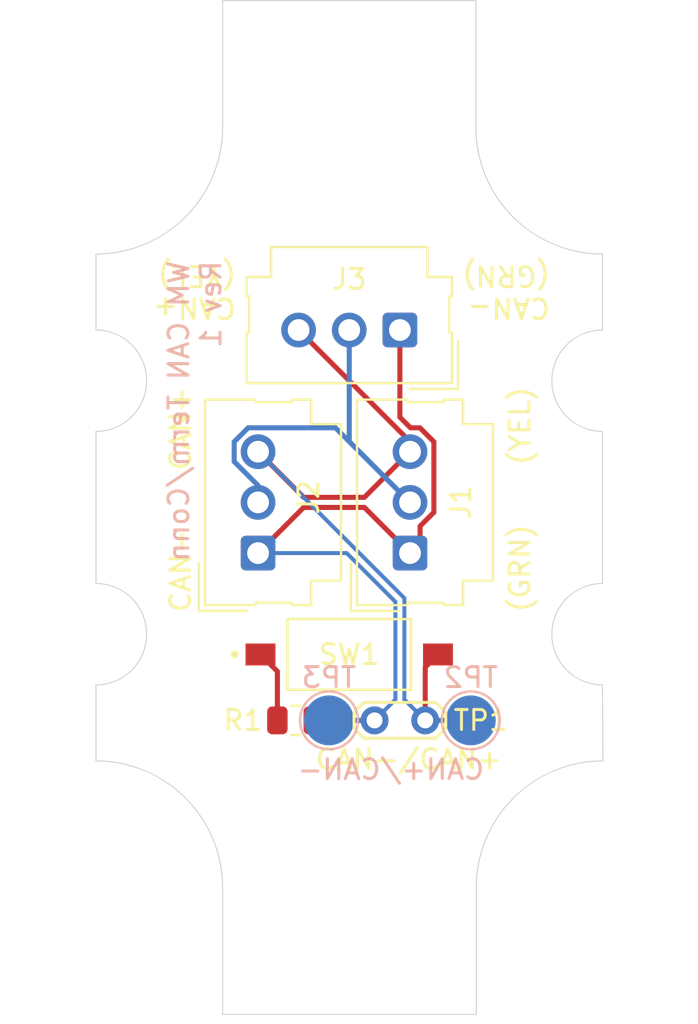
<source format=kicad_pcb>
(kicad_pcb (version 20240108) (generator "pcbnew") (generator_version "8.0")
  (title_block (title "CAN Terminator") (date "2024-11-27") (company "WM Industries"))
  (layers (0 "F.Cu" signal) (31 "B.Cu" signal) (34 "B.Paste" user) (35 "F.Paste" user) (36 "B.SilkS" user "B.Silkscreen") (37 "F.SilkS" user "F.Silkscreen") (38 "B.Mask" user) (39 "F.Mask" user) (44 "Edge.Cuts" user))
  (net 0 "")
  (net 1 "CAN+")
  (net 2 "CAN-")
  (net 3 "CENTER")
  (net 4 "Net-(R1-Pad2)")
  (footprint "Connector_Molex:Molex_SL_171971-0003_1x03_P2.54mm_Vertical" (layer "F.Cu") (at 108.128 71.336 90)
    (property "Reference" "J2" (at 2.794 2.54 90) (layer "F.SilkS"))
    (property "Value" "Conn_01x03_Pin")
    (fp_line (start -2.91 -2.96) (end -0.5 -2.96) (stroke (width 0.12)) (layer "F.SilkS"))
    (fp_line (start 7.69 -2.66) (end -2.61 -2.66) (stroke (width 0.12)) (layer "F.SilkS"))
    (fp_line (start -2.61 -2.66) (end -2.61 -0.13) (stroke (width 0.12)) (layer "F.SilkS"))
    (fp_line (start -2.91 -0.55) (end -2.91 -2.96) (stroke (width 0.12)) (layer "F.SilkS"))
    (fp_line (start 7.69 -0.13) (end 7.69 -2.66) (stroke (width 0.12)) (layer "F.SilkS"))
    (fp_line (start 7.56 -0.13) (end 7.69 -0.13) (stroke (width 0.12)) (layer "F.SilkS"))
    (fp_line (start -2.48 -0.13) (end -2.48 1.68) (stroke (width 0.12)) (layer "F.SilkS"))
    (fp_line (start -2.61 -0.13) (end -2.48 -0.13) (stroke (width 0.12)) (layer "F.SilkS"))
    (fp_line (start 7.69 1.68) (end 7.56 1.68) (stroke (width 0.12)) (layer "F.SilkS"))
    (fp_line (start 7.56 1.68) (end 7.56 -0.13) (stroke (width 0.12)) (layer "F.SilkS"))
    (fp_line (start -2.48 1.68) (end -2.61 1.68) (stroke (width 0.12)) (layer "F.SilkS"))
    (fp_line (start -2.61 1.68) (end -2.61 2.66) (stroke (width 0.12)) (layer "F.SilkS"))
    (fp_line (start 7.69 2.66) (end 7.69 1.68) (stroke (width 0.12)) (layer "F.SilkS"))
    (fp_line (start 6.46 2.66) (end 7.69 2.66) (stroke (width 0.12)) (layer "F.SilkS"))
    (fp_line (start -1.38 2.66) (end -1.38 4.16) (stroke (width 0.12)) (layer "F.SilkS"))
    (fp_line (start -2.61 2.66) (end -1.38 2.66) (stroke (width 0.12)) (layer "F.SilkS"))
    (fp_line (start 6.46 4.16) (end 6.46 2.66) (stroke (width 0.12)) (layer "F.SilkS"))
    (fp_line (start -1.38 4.16) (end 6.46 4.16) (stroke (width 0.12)) (layer "F.SilkS"))
    (pad "1" thru_hole roundrect (at 0 0 90) (size 1.74 1.74) (drill 1.09) (layers "*.Cu" "*.Mask") (roundrect_rratio 0.143678) (net 2 "CAN-"))
    (pad "2" thru_hole circle (at 2.54 0 90) (size 1.74 1.74) (drill 1.09) (layers "*.Cu" "*.Mask") (net 3 "CENTER"))
    (pad "3" thru_hole circle (at 5.08 0 90) (size 1.74 1.74) (drill 1.09) (layers "*.Cu" "*.Mask") (net 1 "CAN+"))
  )
  (footprint "Connector_Molex:Molex_SL_171971-0003_1x03_P2.54mm_Vertical" (layer "F.Cu") (at 115.748 71.336 90)
    (property "Reference" "J1" (at 2.54 2.54 -90) (layer "F.SilkS"))
    (property "Value" "Conn_01x03_Pin")
    (fp_line (start -2.91 -2.96) (end -0.5 -2.96) (stroke (width 0.12)) (layer "F.SilkS"))
    (fp_line (start 7.69 -2.66) (end -2.61 -2.66) (stroke (width 0.12)) (layer "F.SilkS"))
    (fp_line (start -2.61 -2.66) (end -2.61 -0.13) (stroke (width 0.12)) (layer "F.SilkS"))
    (fp_line (start -2.91 -0.55) (end -2.91 -2.96) (stroke (width 0.12)) (layer "F.SilkS"))
    (fp_line (start 7.69 -0.13) (end 7.69 -2.66) (stroke (width 0.12)) (layer "F.SilkS"))
    (fp_line (start 7.56 -0.13) (end 7.69 -0.13) (stroke (width 0.12)) (layer "F.SilkS"))
    (fp_line (start -2.48 -0.13) (end -2.48 1.68) (stroke (width 0.12)) (layer "F.SilkS"))
    (fp_line (start -2.61 -0.13) (end -2.48 -0.13) (stroke (width 0.12)) (layer "F.SilkS"))
    (fp_line (start 7.69 1.68) (end 7.56 1.68) (stroke (width 0.12)) (layer "F.SilkS"))
    (fp_line (start 7.56 1.68) (end 7.56 -0.13) (stroke (width 0.12)) (layer "F.SilkS"))
    (fp_line (start -2.48 1.68) (end -2.61 1.68) (stroke (width 0.12)) (layer "F.SilkS"))
    (fp_line (start -2.61 1.68) (end -2.61 2.66) (stroke (width 0.12)) (layer "F.SilkS"))
    (fp_line (start 7.69 2.66) (end 7.69 1.68) (stroke (width 0.12)) (layer "F.SilkS"))
    (fp_line (start 6.46 2.66) (end 7.69 2.66) (stroke (width 0.12)) (layer "F.SilkS"))
    (fp_line (start -1.38 2.66) (end -1.38 4.16) (stroke (width 0.12)) (layer "F.SilkS"))
    (fp_line (start -2.61 2.66) (end -1.38 2.66) (stroke (width 0.12)) (layer "F.SilkS"))
    (fp_line (start 6.46 4.16) (end 6.46 2.66) (stroke (width 0.12)) (layer "F.SilkS"))
    (fp_line (start -1.38 4.16) (end 6.46 4.16) (stroke (width 0.12)) (layer "F.SilkS"))
    (pad "1" thru_hole roundrect (at 0 0 90) (size 1.74 1.74) (drill 1.09) (layers "*.Cu" "*.Mask") (roundrect_rratio 0.143678) (net 2 "CAN-"))
    (pad "2" thru_hole circle (at 2.54 0 90) (size 1.74 1.74) (drill 1.09) (layers "*.Cu" "*.Mask") (net 3 "CENTER"))
    (pad "3" thru_hole circle (at 5.08 0 90) (size 1.74 1.74) (drill 1.09) (layers "*.Cu" "*.Mask") (net 1 "CAN+"))
  )
  (footprint "Library:MountingHole_10" (layer "F.Cu") (at 112.7 88.1)
    (property "Reference" "M2" (hide yes))
    (property "Value" "MountingHole_10")
    (pad "" np_thru_hole circle (at 0 0) (size 5 5) (drill 5) (layers "*.Cu" "*.Mask"))
  )
  (footprint "Connector_Molex:Molex_SL_171971-0003_1x03_P2.54mm_Vertical" (layer "F.Cu") (at 115.24 60.16 180)
    (property "Reference" "J3" (at 2.54 2.54 180) (layer "F.SilkS"))
    (property "Value" "Conn_01x03_Pin")
    (fp_line (start 7.69 2.66) (end 7.69 1.68) (stroke (width 0.12)) (layer "F.SilkS"))
    (fp_line (start 7.69 1.68) (end 7.56 1.68) (stroke (width 0.12)) (layer "F.SilkS"))
    (fp_line (start 7.69 -0.13) (end 7.69 -2.66) (stroke (width 0.12)) (layer "F.SilkS"))
    (fp_line (start 7.69 -2.66) (end -2.61 -2.66) (stroke (width 0.12)) (layer "F.SilkS"))
    (fp_line (start 7.56 1.68) (end 7.56 -0.13) (stroke (width 0.12)) (layer "F.SilkS"))
    (fp_line (start 7.56 -0.13) (end 7.69 -0.13) (stroke (width 0.12)) (layer "F.SilkS"))
    (fp_line (start 6.46 4.16) (end 6.46 2.66) (stroke (width 0.12)) (layer "F.SilkS"))
    (fp_line (start 6.46 2.66) (end 7.69 2.66) (stroke (width 0.12)) (layer "F.SilkS"))
    (fp_line (start -1.38 4.16) (end 6.46 4.16) (stroke (width 0.12)) (layer "F.SilkS"))
    (fp_line (start -1.38 2.66) (end -1.38 4.16) (stroke (width 0.12)) (layer "F.SilkS"))
    (fp_line (start -2.48 1.68) (end -2.61 1.68) (stroke (width 0.12)) (layer "F.SilkS"))
    (fp_line (start -2.48 -0.13) (end -2.48 1.68) (stroke (width 0.12)) (layer "F.SilkS"))
    (fp_line (start -2.61 2.66) (end -1.38 2.66) (stroke (width 0.12)) (layer "F.SilkS"))
    (fp_line (start -2.61 1.68) (end -2.61 2.66) (stroke (width 0.12)) (layer "F.SilkS"))
    (fp_line (start -2.61 -0.13) (end -2.48 -0.13) (stroke (width 0.12)) (layer "F.SilkS"))
    (fp_line (start -2.61 -2.66) (end -2.61 -0.13) (stroke (width 0.12)) (layer "F.SilkS"))
    (fp_line (start -2.91 -0.55) (end -2.91 -2.96) (stroke (width 0.12)) (layer "F.SilkS"))
    (fp_line (start -2.91 -2.96) (end -0.5 -2.96) (stroke (width 0.12)) (layer "F.SilkS"))
    (pad "1" thru_hole roundrect (at 0 0 180) (size 1.74 1.74) (drill 1.09) (layers "*.Cu" "*.Mask") (roundrect_rratio 0.143678) (net 2 "CAN-"))
    (pad "2" thru_hole circle (at 2.54 0 180) (size 1.74 1.74) (drill 1.09) (layers "*.Cu" "*.Mask") (net 3 "CENTER"))
    (pad "3" thru_hole circle (at 5.08 0 180) (size 1.74 1.74) (drill 1.09) (layers "*.Cu" "*.Mask") (net 1 "CAN+"))
  )
  (footprint "Resistor_SMD:R_0805_2012Metric" (layer "F.Cu") (at 110.0095 79.718 180)
    (property "Reference" "R1" (at 2.6435 0 0) (layer "F.SilkS"))
    (property "Value" "120")
    (fp_line (start -0.227064 0.735) (end 0.227064 0.735) (stroke (width 0.12)) (layer "F.SilkS"))
    (fp_line (start -0.227064 -0.735) (end 0.227064 -0.735) (stroke (width 0.12)) (layer "F.SilkS"))
    (pad "1" smd roundrect (at -0.9125 0 180) (size 1.025 1.4) (layers "F.Cu" "F.Paste" "F.Mask") (roundrect_rratio 0.243902) (net 2 "CAN-"))
    (pad "2" smd roundrect (at 0.9125 0 180) (size 1.025 1.4) (layers "F.Cu" "F.Paste" "F.Mask") (roundrect_rratio 0.243902) (net 4 "Net-(R1-Pad2)"))
  )
  (footprint "Library:SW_DS04-254-2-01BK-SMT" (layer "F.Cu") (at 112.7 76.416)
    (property "Reference" "SW1" (at 0 0 0) (layer "F.SilkS"))
    (property "Value" "SW_DIP_x01")
    (fp_line (start -3.1 -1.77) (end 3.1 -1.77) (stroke (width 0.127)) (layer "F.SilkS"))
    (fp_line (start -3.1 1.77) (end -3.1 -1.77) (stroke (width 0.127)) (layer "F.SilkS"))
    (fp_line (start 3.1 -1.77) (end 3.1 1.77) (stroke (width 0.127)) (layer "F.SilkS"))
    (fp_line (start 3.1 1.77) (end -3.1 1.77) (stroke (width 0.127)) (layer "F.SilkS"))
    (fp_circle (center -5.75 0) (end -5.65 0) (stroke (width 0.2)) (fill none) (layer "F.SilkS"))
    (pad "1" smd rect (at -4.45 0) (size 1.5 1.1) (layers "F.Cu" "F.Paste" "F.Mask") (net 4 "Net-(R1-Pad2)"))
    (pad "2" smd rect (at 4.45 0) (size 1.5 1.1) (layers "F.Cu" "F.Paste" "F.Mask") (net 1 "CAN+"))
  )
  (footprint "Library:MountingHole_10" (layer "F.Cu") (at 112.7 50)
    (property "Reference" "M1" (hide yes))
    (property "Value" "MountingHole_10")
    (pad "" np_thru_hole circle (at 0 0) (size 5 5) (drill 5) (layers "*.Cu" "*.Mask"))
  )
  (footprint "TestPoint:TestPoint_2Pads_Pitch2.54mm_Drill0.8mm" (layer "F.Cu") (at 113.97 79.718)
    (property "Reference" "TP1" (at 5.334 0 0) (layer "F.SilkS"))
    (property "Value" "TestPoint_2Pole" (hide yes))
    (fp_line (start -1.03 -0.4) (end -0.53 -0.9) (stroke (width 0.15)) (layer "F.SilkS"))
    (fp_line (start -1.03 0.4) (end -1.03 -0.4) (stroke (width 0.15)) (layer "F.SilkS"))
    (fp_line (start -0.53 -0.9) (end 3.07 -0.9) (stroke (width 0.15)) (layer "F.SilkS"))
    (fp_line (start -0.53 0.9) (end -1.03 0.4) (stroke (width 0.15)) (layer "F.SilkS"))
    (fp_line (start 3.07 -0.9) (end 3.57 -0.4) (stroke (width 0.15)) (layer "F.SilkS"))
    (fp_line (start 3.07 0.9) (end -0.53 0.9) (stroke (width 0.15)) (layer "F.SilkS"))
    (fp_line (start 3.57 -0.4) (end 3.57 0.4) (stroke (width 0.15)) (layer "F.SilkS"))
    (fp_line (start 3.57 0.4) (end 3.07 0.9) (stroke (width 0.15)) (layer "F.SilkS"))
    (pad "1" thru_hole circle (at 0 0) (size 1.4 1.4) (drill 0.8) (layers "*.Cu" "*.Mask") (net 2 "CAN-"))
    (pad "2" thru_hole circle (at 2.54 0) (size 1.4 1.4) (drill 0.8) (layers "*.Cu" "*.Mask") (net 1 "CAN+"))
  )
  (footprint "TestPoint:TestPoint_Pad_D2.5mm" (layer "B.Cu") (at 111.684 79.718 180)
    (property "Reference" "TP3" (at 0 2.148 0) (layer "B.SilkS") (effects (justify mirror)))
    (property "Value" "TestPoint")
    (fp_circle (center 0 0) (end 0 -1.45) (stroke (width 0.12)) (fill none) (layer "B.SilkS"))
    (pad "1" smd circle (at 0 0 180) (size 2.5 2.5) (layers "B.Cu" "B.Mask") (net 2 "CAN-"))
  )
  (footprint "TestPoint:TestPoint_Pad_D2.5mm" (layer "B.Cu") (at 118.796 79.718 180)
    (property "Reference" "TP2" (at 0 2.148 0) (layer "B.SilkS") (effects (justify mirror)))
    (property "Value" "TestPoint")
    (fp_circle (center 0 0) (end 0 -1.45) (stroke (width 0.12)) (fill none) (layer "B.SilkS"))
    (pad "1" smd circle (at 0 0 180) (size 2.5 2.5) (layers "B.Cu" "B.Mask") (net 1 "CAN+"))
  )
  (gr_line (start 100 60.16) (end 100 56.35) (stroke (width 0.05)) (layer "Edge.Cuts"))
  (gr_arc (start 100 72.86) (mid 102.54 75.4) (end 100 77.94) (stroke (width 0.05)) (layer "Edge.Cuts"))
  (gr_line (start 106.35 43.65) (end 106.35 50) (stroke (width 0.05)) (layer "Edge.Cuts"))
  (gr_line (start 125.4 65.24) (end 125.4 72.86) (stroke (width 0.05)) (layer "Edge.Cuts"))
  (gr_arc (start 100 60.16) (mid 102.54 62.7) (end 100 65.24) (stroke (width 0.05)) (layer "Edge.Cuts"))
  (gr_arc (start 125.4 56.35) (mid 120.909872 54.490128) (end 119.05 50) (stroke (width 0.05)) (layer "Edge.Cuts"))
  (gr_line (start 125.4 56.35) (end 125.4 60.16) (stroke (width 0.05)) (layer "Edge.Cuts"))
  (gr_arc (start 106.35 50) (mid 104.490128 54.490128) (end 100 56.35) (stroke (width 0.05)) (layer "Edge.Cuts"))
  (gr_arc (start 125.4 77.94) (mid 122.86 75.4) (end 125.4 72.86) (stroke (width 0.05)) (layer "Edge.Cuts"))
  (gr_line (start 100 72.86) (end 100 65.24) (stroke (width 0.05)) (layer "Edge.Cuts"))
  (gr_line (start 125.42 81.75) (end 125.4 77.94) (stroke (width 0.05)) (layer "Edge.Cuts"))
  (gr_line (start 100 81.75) (end 100 77.94) (stroke (width 0.05)) (layer "Edge.Cuts"))
  (gr_line (start 106.35 94.45) (end 106.35 88.1) (stroke (width 0.05)) (layer "Edge.Cuts"))
  (gr_line (start 119.05 43.65) (end 106.35 43.65) (stroke (width 0.05)) (layer "Edge.Cuts"))
  (gr_line (start 119.07 88.1) (end 119.07 94.45) (stroke (width 0.05)) (layer "Edge.Cuts"))
  (gr_arc (start 100 81.75) (mid 104.490128 83.609872) (end 106.35 88.1) (stroke (width 0.05)) (layer "Edge.Cuts"))
  (gr_line (start 119.07 94.45) (end 106.35 94.45) (stroke (width 0.05)) (layer "Edge.Cuts"))
  (gr_line (start 119.05 50) (end 119.05 43.65) (stroke (width 0.05)) (layer "Edge.Cuts"))
  (gr_arc (start 125.4 65.24) (mid 122.86 62.7) (end 125.4 60.16) (stroke (width 0.05)) (layer "Edge.Cuts"))
  (gr_arc (start 119.07 88.1) (mid 120.929872 83.609872) (end 125.42 81.75) (stroke (width 0.05)) (layer "Edge.Cuts"))
  (gr_text "WM CAN Term/Conn\nRev 1" (at 106.35 56.604 90) (layer "B.SilkS") (effects (font (size 1 1)) (justify left bottom mirror)))
  (gr_text "CAN+/CAN-" (at 119.558 82.766 0) (layer "B.SilkS") (effects (font (size 1 1)) (justify left bottom mirror)))
  (gr_text "CAN-\n(GRN)" (at 122.86 56.858 180) (layer "F.SilkS") (effects (font (size 1 1)) (justify left bottom)))
  (gr_text "CAN+" (at 104.826 67.272 90) (layer "F.SilkS") (effects (font (size 1 1)) (justify left bottom)))
  (gr_text "(YEL)" (at 121.844 67.018 90) (layer "F.SilkS") (effects (font (size 1 1)) (justify left bottom)))
  (gr_text "(GRN)" (at 121.844 74.384 90) (layer "F.SilkS") (effects (font (size 1 1)) (justify left bottom)))
  (gr_text "CAN-/CAN+" (at 110.922 82.258 0) (layer "F.SilkS") (effects (font (size 1 1)) (justify left bottom)))
  (gr_text "CAN+\n(YEL)" (at 107.112 56.858 180) (layer "F.SilkS") (effects (font (size 1 1)) (justify left bottom)))
  (gr_text "CAN-" (at 104.826 74.384 90) (layer "F.SilkS") (effects (font (size 1 1)) (justify left bottom)))
  (segment (start 110.16 60.16) (end 115.748 65.748) (width 0.254) (layer "F.Cu") (net 1))
  (segment (start 115.748 65.748) (end 115.748 66.256) (width 0.254) (layer "F.Cu") (net 1))
  (segment (start 110.416 68.544) (end 108.128 66.256) (width 0.254) (layer "F.Cu") (net 1))
  (segment (start 116.51 77.056) (end 117.15 76.416) (width 0.254) (layer "F.Cu") (net 1))
  (segment (start 115.748 66.256) (end 113.46 68.544) (width 0.254) (layer "F.Cu") (net 1))
  (segment (start 116.51 79.718) (end 116.51 77.056) (width 0.254) (layer "F.Cu") (net 1))
  (segment (start 113.46 68.544) (end 110.416 68.544) (width 0.254) (layer "F.Cu") (net 1))
  (segment (start 115.465001 73.593001) (end 115.465001 78.673001) (width 0.2) (layer "B.Cu") (net 1))
  (segment (start 115.465001 78.673001) (end 116.51 79.718) (width 0.2) (layer "B.Cu") (net 1))
  (segment (start 116.51 79.718) (end 118.796 79.718) (width 0.254) (layer "B.Cu") (net 1))
  (segment (start 108.128 66.256) (end 115.465001 73.593001) (width 0.2) (layer "B.Cu") (net 1))
  (segment (start 113.46 69.048) (end 110.416 69.048) (width 0.254) (layer "F.Cu") (net 2))
  (segment (start 115.24 60.16) (end 115.24 64.527236) (width 0.254) (layer "F.Cu") (net 2))
  (segment (start 116.252 69.984814) (end 116.252 70.832) (width 0.254) (layer "F.Cu") (net 2))
  (segment (start 115.748 71.336) (end 113.46 69.048) (width 0.254) (layer "F.Cu") (net 2))
  (segment (start 116.252 70.832) (end 115.748 71.336) (width 0.254) (layer "F.Cu") (net 2))
  (segment (start 116.945 65.760186) (end 116.945 69.291814) (width 0.254) (layer "F.Cu") (net 2))
  (segment (start 115.24 64.527236) (end 115.771764 65.059) (width 0.254) (layer "F.Cu") (net 2))
  (segment (start 115.771764 65.059) (end 116.243814 65.059) (width 0.254) (layer "F.Cu") (net 2))
  (segment (start 110.416 69.048) (end 108.128 71.336) (width 0.254) (layer "F.Cu") (net 2))
  (segment (start 113.97 79.718) (end 110.922 79.718) (width 0.254) (layer "F.Cu") (net 2))
  (segment (start 116.945 69.291814) (end 116.252 69.984814) (width 0.254) (layer "F.Cu") (net 2))
  (segment (start 116.243814 65.059) (end 116.945 65.760186) (width 0.254) (layer "F.Cu") (net 2))
  (segment (start 108.128 71.336) (end 112.571603 71.336) (width 0.2) (layer "B.Cu") (net 2))
  (segment (start 115.014999 78.673001) (end 113.97 79.718) (width 0.2) (layer "B.Cu") (net 2))
  (segment (start 112.571603 71.336) (end 115.014999 73.779396) (width 0.2) (layer "B.Cu") (net 2))
  (segment (start 115.014999 73.779396) (end 115.014999 78.673001) (width 0.2) (layer "B.Cu") (net 2))
  (segment (start 113.97 79.718) (end 111.684 79.718) (width 0.254) (layer "B.Cu") (net 2))
  (segment (start 112.7 65.748) (end 115.748 68.796) (width 0.254) (layer "B.Cu") (net 3))
  (segment (start 107.632186 65.059) (end 112.011 65.059) (width 0.254) (layer "B.Cu") (net 3))
  (segment (start 108.128 68.796) (end 108.128 67.948814) (width 0.254) (layer "B.Cu") (net 3))
  (segment (start 112.7 60.16) (end 112.7 65.748) (width 0.254) (layer "B.Cu") (net 3))
  (segment (start 106.931 66.751814) (end 106.931 65.760186) (width 0.254) (layer "B.Cu") (net 3))
  (segment (start 112.011 65.059) (end 115.748 68.796) (width 0.254) (layer "B.Cu") (net 3))
  (segment (start 108.128 67.948814) (end 106.931 66.751814) (width 0.254) (layer "B.Cu") (net 3))
  (segment (start 106.931 65.760186) (end 107.632186 65.059) (width 0.254) (layer "B.Cu") (net 3))
  (segment (start 109.097 77.263) (end 108.25 76.416) (width 0.254) (layer "F.Cu") (net 4))
  (segment (start 109.097 79.718) (end 109.097 77.263) (width 0.254) (layer "F.Cu") (net 4))
)
</source>
